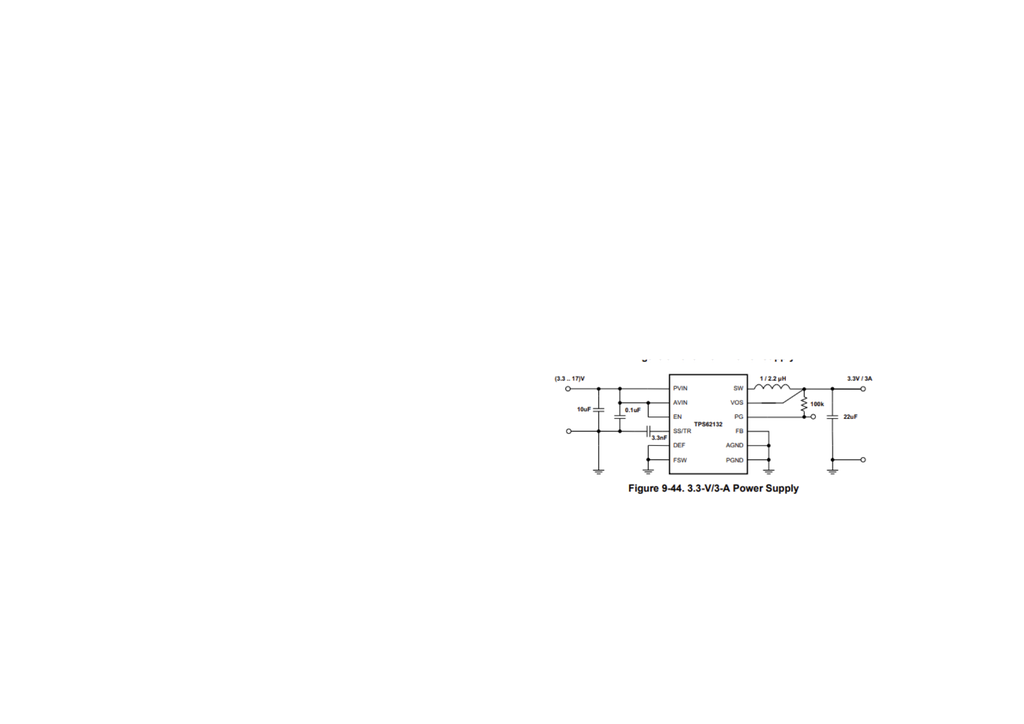
<source format=kicad_sch>
(kicad_sch
	(version 20250114)
	(generator "eeschema")
	(generator_version "9.0")
	(uuid "a2442f0a-eba2-40f9-aff7-13d1ae30caa2")
	(paper "A4")
	(lib_symbols)
	(image
		(at 205.74 125.73)
		(scale 0.805106)
		(uuid "67cda878-cd30-40f7-9516-08d043710966")
		(data "iVBORw0KGgoAAAANSUhEUgAAAeIAAADFCAYAAACIN/GZAAAAAXNSR0IArs4c6QAAAARnQU1BAACx"
			"jwv8YQUAAAAJcEhZcwAADsMAAA7DAcdvqGQAAFZYSURBVHhe7d0FXBTNGwfw3x0pIWALKLag/u3u"
			"RkVUFLG7u1+7sPt97e4WRezCbsVWQLFQ6ZKuu/nvLIuCgg2H8Hzfz77HzO4e57K3z8zs7IyMCUDI"
			"H6fAk4PzsfuRHMXrdEL3xoWAyOPoWbItTqv3g9/rleJWTBmO98/cEapfDOZmBlATc78vPtwb7m7v"
			"oDAqCouiOaEh5X9NidB3rnD3BQpYWCCfrlzK/zVM8RFvnj1HsNwYJS1M8DNvx5QR+ODqCh9FLpQo"
			"VQjZ1aUVf4wCwW9d4eEvg6m5BfLr/d6/9XcoI33x/Pk7xGUvAvMiOb7x9/k2fn58cHODd6wRipUq"
			"CiNNacVPYNF+eO72GiGx2shT1ByFc2pJaxLEh3vB1T0AhsVKo4BB0jNQOIeXNEHFsdfQbtlzbOmh"
			"hNvLSOQrVRr5dH5kfcqU8Y8xpWZNLLpvillXHmBC9eSfh2Q9FIhJGlHi5eZ2qNTvMKINy6OlTRVo"
			"vD4PpwtvULrbftzZ1lbajpCMKnmg3TXSDMmLNt9bnxxT+uHIInscunweh065IVfVOTh9eSJK/Gop"
			"hWQaqisyk0xOjiI9VmDbzC6oavwR14844eobfTTuswxrlrSWtiEkI5NBz6wimjRpDAszbSkvqe+t"
			"T04m10HU64s45xKKYvUGYvHmURSEiYhqxIQQQogKUY2YEEIIUSEKxIQQQogKUSAmhBBCVIgCMSGE"
			"EKJCFIgJIYQQFaJATAghhKgQBWJCCCFEhSgQE0IIISpEgZgQQghRIQrEhBBCiApRICaEEEJUiAIx"
			"IYQQokIUiAkhhBAVokBMCCGEqBAFYkIIIUSFaD5ikmV0794dAQEBUopkRPxv1LFjRylFSNZAgZhk"
			"GcbGxvD29oapqamUQzIKHx8fxMfHw97eHlOnTpVyCckaKBCTLMPExATly5fH8ePHpRySUbx79w4F"
			"CxakQEyypAx2jzgcZ2b2wL9XI/DWeTF6t2kOu4ErcS9IIa0HmNIHJxb1R+vmbTBm5Q18VEorfoDf"
			"BXvY9Vwn/hx2bRm62LVH+/Z86YTZDscwo8cM3AqLx51VPdFh/BGECNsx4f+HJ7fBkFUPxf0IIRkb"
			"/86enGmL4eueSTkJeP6eET2w3T0+IS1cS04u7IeWTZqj9yQHvIkVs0WxPhcwp28rNG3eGXMcXiBO"
			"yk8Jf5+dI60xdb8X+OUo9NxMtO2zKWEl+W2xPucxt58NrNoMxOYbQeIxTqBMFifu+j/Esu7WmHMk"
			"4faTIuQU/mnVHdseff7rxQc7Ynj3VVIqtfeOxdVlXWDVfgHuRYsZaS5DBeKYtzux1EEXlct/wKE1"
			"R6HbrC8Ku9rDfq27tIWwzcvD2HBEAat+ZXFz2mjskr5U3xaNO5v6wLLDHFxz8RRzNPKVQv2GDVG3"
			"si5cnZ9BnqcaqmR3wvItnihaXA93Nm7BBT8GRfAZbN/8GEYli4v7EUIyLmX0Y6zpbYluc47A3TNc"
			"yk2gjL4N55uaQs1bTUyHX12EUSt80XhwG0QcHIIlh0PFfH4hvrBgOPb51UE/Gw1sHzQVZ8MSGw4j"
			"4OXxEn6RwvtF+OCFh48QiaPw9v51uHlGCcEeiPN9iru3XyVsTn6TAm6Oa3FJKfxNy7pjzqi1eC1d"
			"8pniZbI4MWtDPIroPcfeLccRJKz3O70D+x7ronhx9YQdBOF3nOGqZSalUn5vRcRFbFp5CtfOrMCu"
			"k8HStmkrAwViJd6dOIaAsg1QUa8ERjmcxzDje7jlVwjVany+p6ddfCAOXZwGozs3EF60HiqaJHyp"
			"vi0GwXEWmDDFBtqyhBztopboN7AbCn94gAL912BU3dyo3rAcHjodhWE9OzTNdQ0nT/jC74wT7ulb"
			"o1VtnYQdCSEZFosJhMxiHMbb5JFyPotxu4m3JjVRPlvCRUC/7hI8eemAQbXyQT1eFwZGGmI+oAnL"
			"Zfdx12E0qufRANMzhIG0ShFzC9OaWWHt3WiEXZsFq+ZzE1YI1y9X55Wwnz4di5xcxYBM/gQ1lB20"
			"H0emmeDONV+UqF8d+aS4KlMrnixOVK9RHA06WCHmsiPO+wbilOMVFG7dAZWlv7dQH4br9acoUqu6"
			"lE75vf1O7sSVbD0xq29OnNl2GAE/0er6qzJQII7HS3dP5DIzg5aUI8teEGWMQ3H94hMp5zMDs7Iw"
			"Cr2I609jpJxvMUDTgWPRtIC2lE4Q430Aq50KoteIasgmpDVNTKHh+Rxyrepo3yofrhzch/2Ol1Gs"
			"tR0qJN+VEJIBqRnUx6BxLWGs+eWlTQmv63eRs3pt6Es5HAu7iWnthuBVzdkY3JBfBRLJEXhjFtoP"
			"vozmcyegemIJPhmWLOAq4mMQHRODmLjPt9LIn6IPs3LG8LpwCc+/aC5OGif0arSHZd7rOLR3H45e"
			"0odlhxpCsSoBU/rhxh01VKptKOUk+vze7pHeOLT9LPTMTZDbpCQ+nt+OI4lV8DSUoZqm5WoyxMbE"
			"Ij72IdaNngl3s54Y0Dw/nt94CKYIh98Hf/g/3IJ/Zt6Cee/BaJTXAw8e8ju5CeLD/eDlH/lp2ygp"
			"PzX+507irUVzNMwr1aqZUPRR50VfTVS1awXZ5dmYezoHmneogsSyMiHkbxSBmzeDUa5WAaEelEAZ"
			"/QDz23fCpYJzsXOtLfIKsTbxGhL6YCnsOuxG5QVHMK9dASQLwywUgX5R+Ojtg6hPkViOMpZjMHf+"
			"fEyxLZN8e/IbYnF78xgsu2WGPkNaQMftBp4FfRSv7xEpxAm5ZiW0b1MAx2dPx/08NmhZObFax28l"
			"3IRLcAVUKpDYVP31e997vAd7rsihEXIKm08FIYfBHRzc9hhpXbTKQIFYExblSiD49StEq5siv6Yz"
			"+lY2QcNFYegysi1iPDfCplQfnDMwQdyZUahgXAVbI3ugl01uaX8F3Nd3QuM++xDkuUHc9uSn+zop"
			"icVL11fIVbwksktHIeL1a8C8vPizboX2aFU8GlpF2qJlOQrDhPzNlLEPcNOjOCqX+3xh/uAwF0su"
			"euHW7h4opqePHmvfi9eQhn02YtusJbjm+wKrulsgh54l9vgkvRTH4tDk6mg46xbkFHHTmDpMTTVx"
			"YEQVmFVZgOx9R6Be5Gbx+n4q6us4weNI5Q6tYRYWitJt7VAqyaU78v51+JesAYtPp8CX7z0UpicP"
			"wK/8WDiePoMzZ87gwJT6eLx3G1zSuNNWhnp8KdZ/Dzo3OY+h19ajvq4MceEhiNU2hO7ne+2SeISH"
			"RCObod6n0u3vi4DjwPo4W+cYVnfJK+WRzIQeX8q40v7xpUihFhsHwzwGv3XNUMScx4DSg2G67jrG"
			"1c4B3c9xnaQhFh+O0GhtGOh9FQy+ESeSY5GBCIgzQG6D5Bt+673TS4ZqmtbM3RbjB+XEG9eE5wg0"
			"9FI7uOrQ+6NBmJeY3fEuey8Ms6UgTEjmo4OcvxmEOZlaPtRsZ4PyptkpCKcjmbpeqoEy9TiRnEwn"
			"51dBmPvWe6cXGtCDZBlUI864aEAPkpVlqBoxIYQQktVQICaE/NU+fvyIU6dO4dy5cwgK4kM5fJuf"
			"nx+cnZ1x+vRpREZGSrmpc3Nzw9mzZ3H9+nUold9/qPT+/fvi9i4uLlIOId9GgZgQ8tdauXIlChcu"
			"jCVLlmDx4sUoVqwYpk+fLk4g8aWYmBiMGTMG5ubm4n7z5s1D0aJFcejQIWmL5EJCQmBtbY3GjRvD"
			"wcEBgwcPFve9cuWKtEVyrq6uqF69ujhsrqOjIzp16oSqVavizZs30haEpILfIyYkKzA2NmYtWrSQ"
			"UiQj8fT05H1VmL29vZTzbUJQZR07dmRly5ZlL1++lHIZ8/b2ZpaWlqxRo0YsPDxcymVMqCkzIUiy"
			"tm3bsoCAACmXsVu3bjEhGLPJkydLOQnu3bvHChUqxMaOHcvi4uKkXMaOHTvG8ufPz9auXSvlJDhx"
			"4gTLnTs3W79+PRNqzVIuY8uXL2d58uRhx48fl3II+VqmCcSBgYFMKBWzf/75hwklY+bv7y+tISRB"
			"aoH4w+HxrEVza2bdqhVrbduXLT/zlt3fNJItPRsqbSFcyC8tYDO2u7HLy/5he57FCftMYH3sL7CE"
			"LWLY+UWT2eG38WIq6wlntzaPYp1t2zO7Dj3Z7P3PWejL7WzC3EvCkWEs+t1eNqTVJHYhWMmUCn+2"
			"b/I0dl74OamfDcTjxo1jVlZWLCoqSsr5TKFQsG7duomBOjHdrFkzNmzYMDH9JX7tKF26NNuwYYOY"
			"/vjxIxNq2Wz37t1i+kuvX78Wz6VTp06J6adPn4pB+MaNG2L6S9evXxfXJy0wENVwdXVlW7duZVu2"
			"bGGPHj2SclUvUzRNC18MlCtXDg8fPoSRkRGePHki9o4VTnxpi4yDN18dPHgQHz58kHLS1tWrV9Gv"
			"Xz/MmDEDYWFhUi75TImoD67Ia70eh52csG9ZQ1ybNh/eJfXhvO0E+DQA4mw+268iR3ljBLg/xLvQ"
			"OGGfRzi5dhKWOfOR3ZTwc38Er4is+QBCrP9+LNibD3P27MfuTYMQuW0RrujnQtClM3CPA/zOn4JH"
			"+EOcvhIBZdR1nHmgCVO9Xx8J49KlS9izZw+2bdsGbe2vx56Vy+UQaqZ48eIFVq1ahblz54rN0suW"
			"LZO2SC5Hjhxi87RQKxavIcOHD0fz5s3FpuWUCDVl7N27Fz169MCrV68g1LLFZnHeLJ2SGjVqYMqU"
			"KejatSuv+Ei5mU9cXByEAIfly5eLveAzmk2bNqFevXpi/4CLFy+iadOm+O+//6S1KpYQj/9uwpdG"
			"rAUnJXzpmHCgpVTGsGPHDpYtWzamr68vvqZ1c9WVK1fE38P/zJqamqxOnTrSmqwp5RqxgnmsasV6"
			"rfYWfopj/k/XsDa1x7LbEa7MvmVndthfyWL8d7Pubf9jnvFR7NBAS7bwZqSwTxvWbf5qZld/BLsS"
			"HMH29rVmq4WaclakiL7FJjepyTqOWcR2n3rI/IVqsJIFs81d27Jtb4PYzn5d2bozM1nXUedZ4PXJ"
			"rNvE6yxW2jfRz9SIhcDG9u3bJ6VSx2s/uXLlYkLhnAmBQcpN3Zo1a1jdunVZvnz5WEREhJSbOt76"
			"xrdv3bq1lPNtlStXZo6OjlLq1/FjValSJaarqyte+zJC6x9vdeDHQkdHh2lpaYmfzcPDQ1qrem5u"
			"bmKrRNLP9P79e/E2A78NoWp//XPEvFOGgYEBfH19oaenJ+VCrHGWKVMGrVq1knJUj3f4SNpLk5fE"
			"W7ZsKaX+vBs3boi1gkQymUws5aurq/bhdU74AsDHx0f8THzhtZjEn5MuqeXz5Wf3+ffff1G7du0v"
			"niNW4uVqazTdqEDpAtrQNiyCFv0noXutHHixpjOWay/FaOUE/CtfgP96GcFpUBt49HREW5fOWKq/"
			"DcMxGONcOqBN+AbEjDmEQRaqP7aqwGJ9cffMMZw8exxn7hfErEOLUNChJ/7Tbwd27DVGbaqKVT3O"
			"onrVV3hafgNmNEk6wcLn54h57bJNmzZS7te8vb3Fv6NwERX/zt9TvHhxmJmZiT2qv4fXmvm1ZNCg"
			"QanWnpPi363SpUuLQyHWr19fyk3drl27IAR7DBgwQEzzczLpK/cjP/PWrefPn4u1a34MhACPsWPH"
			"SmtT3u9H3vd39uMtfbzWHx2dMBYkz+PfNd4awH/+cknc5lvL97ZJ+vdP/M6n9jOvAQuFMqxevVrM"
			"T8RbC3mHOv6qSn99IOYfnx9g3hzNL+6JeLM0PxHmz58v5aje6NGjkz1ewS8QM2fOlFJ/3uHDh3Hs"
			"2LFPPUh5AOZNdklPYFURauqIiooS/378kRD++uWSWj5ffmUf3rM25UBsgzmyddg4KF+yxwhi/Xeh"
			"3wgPFGDvUXv1ejQzioFjskC8Ayu7BGND185Y81QL/feeypKBOOzaDAw+UgfrFjSCDmJwfERL3G1z"
			"BP/kXYk+4y8jW2V7rJteEk5DumOTdw4M37oOzbJ/vpBziYG4bNmy4pIa/nccOnRoqs3AX+LBUlNT"
			"U/yu/QihdiR+Dn5N+REXLlwQmzt/5DvFC+E8EPDm70T835P0lfvez7wZnTcDJ8qePTssLS2/u9/3"
			"1nO/uh9/hIwX/Pn3LxGvGOnr6//U+6S0Lfcz+3Jf/syvgb169RJvVSTVt29fVKtWTeWBmH/Iv96Q"
			"IUPEjhmJvRv5a5cuXZhQ8hTTGcX27duZtrY2E05QsQmH98BMS2FhYUwoqTOhRCg2TR84cEBakzV9"
			"v2n6SyFsb//SrMHQMyxSTCdvmh68PUzMjfbcyVqZ1WCrsmrTdMwztqpHfVaneXvWwdaSWXVewZ5F"
			"8fzrbFiZUsz+UkKHKu89XViF1htZoJhK7mc7a2VFvKf41KlTxaZfNTU18XjxW0/8+pcR8KZ6obAv"
			"Lubm5mJP9YyC36ZIrWnaxcVFylGdTBGI+f2cli1bshIlSoi9JUuWLCneO0n6+EJGcffuXTEo/sg9"
			"qz+F309K7OGZldHjS2krNiyABYf/Ws9xCsTfxq8bZcqUEe9H82Ai1OCYUAtnM2fOFAN0RsE/D68U"
			"8XvGGQ3vFc8fJRs+fDgbNWqUGIR5X6KMQPVtlH+AULvE0aNHIdQ4xWYi3nPvxIkT0NXVlbbIOCws"
			"LCCUZmFqairlpD1+fHhTMCFpSUMvJwx1/+RULITft544cSKsrKwwadIk8XYTH4SE38PmPcanTZsm"
			"Nr1nFLzfS86cOTPE7a8v8WZofiuBX3uFgIyTJ09i5MiR0lrVyhSBOBFv6+/Tp4/YQYAQQv5mt27d"
			"QoUKFcT73I8ePUr1cSry40qVKoVx48ZhwoQJ4iOvGUWmCsSEEPK34z2PebDgvcd5Z07+tAWvwZHM"
			"iwIxIYRkENeuXRNravzxrMePH4vjVpPMjwIxIYSoGH+0id+vtLOzEx+55COH/egjVOTvR4GYEEJU"
			"6PLly2ItODAwUKwF29jYSGtIVkGBOJ3xUV5KlCghpQghWVVERIQ4OEmXLl2wdOlS7NixQ+x1TLIe"
			"CsTpjDEmDk9HCMm6zp8/j//9739iMOa1YD7v8c/gj0DyySf279+P2NhYKZf8rSgQE0JIOuEzoA0c"
			"OBA9e/YUh7vkYx4YGhpKa38cf4aYP0vMh6wtUKAA+vfvn24zupE/jwIxIYSkAz45BK8F8/GY+dj4"
			"zZo1k9b8Gj6N38qVK8VJHzZs2IC7d+9Ka8jfhgIxIYSkIT4hAh/Vic+6tHHjRrEWyydq+FUKhUIc"
			"Yatx48Zo0KABKlWqJD7u1Lp1a2kL8rehQEwIIWmED7XLa8F8GEp+L5gHz1/l7++PefPmoUiRIli0"
			"aJE4iuDbt29hb28PExMTaSvyN6JATIhAGX0dszsMxP4XfMpIBR5tHoVl58ISVgqCLy/EzB3uuPLv"
			"eOx1jYeX00T0nXURCVvE4sLiKXDyVIipzC21Y/MKypi3ODS7H2zbtkWHHiOx/ryXsLVwbCMeYt2o"
			"bmhvZ4fOvSbh2IuYhB0zseDgYPTo0QPDhg3Dtm3bxPvBSedL/1m82ZmPrsXHm+Y166tXr4pDXmak"
			"cabJr6NAnMnxJix+P2rhwoXw8/OTclWLz6XK5wZu0qSJOIRf0rlVVcX/1HY8UAuG49a7iIMaipbN"
			"DudtJxAqrGMIwcntV5GjvDEC3B/iXWgcoj48wsm1k7DMOUTYQgk/90fwivg8B2rmldqxyYlz03rh"
			"cLZB2HLoEHYsbodX8/th09NYvNs3B5fyT8Xe/fuxapA2ti48joiEN8uUjhw5ItaCeScsPkY0bz7+"
			"Xfw+MJ+/m3fu4vMR80cg+SNPISH8/CN/OwrEmdjp06fFZxR56fzUqVO/3TnkT+EDrk+dOhXnzp3D"
			"ggULxPtnqsSU/jjq4I9m04bB+O52XAtjyFahE6qFHMGFAIa4gJM4HdwYbUppSHtwmmg0vBuezp6B"
			"qyGfJ0PPClI6NtbFHuHo1cLoMbgC9IVtNHPXwfBuQsB28oBR6bLwOzwRU5Zsx71sA7BnQ1tkvHnR"
			"fh8fkKNz584YO3asODLWf//990dngOM9pXlva1475s8c37t3T2ym5j2mecBPjd8Fe9j1XCelInBn"
			"y0jYNG+D0atuIlQ4dUMebcWQdi1gN2AV7gcrEP16Jwa2nYXb0dIuJM3J+FyI0s8kHfCh7PjQdfw1"
			"rfF7SJs3b5ZSCYoVK6byKcpevXqF+HjeBJyAD3JiaWkppdLOpUuXxNrJ8ePHpZwEMZ5r0brNZTQd"
			"2hA+Dv8ivLMzVnbNjRdrOmO59lKMVk7Av/IF+K+XEZwGtYFHT0e0demMpfrbMByDMc6lA9qEb0DM"
			"mEMYZKEuvWtmpoT7F8dmWefHGNzkKHqdWY4a2jJxq4D9PdDv8XA4zqqEKJ8HOH3sBM6eOIq3Badg"
			"x1IrGCU5Dd+9e4eCBQuKPYH5fdTEyxJ//d6S0nZBQUG4efPmp3VJJaa/fE30Zb6xsbH4vfkW3hPa"
			"yclJbC6ePXt2uk07ylu5eCDmv5sH/44dO0pruGjc2TQE/SfuhF/esfjweA6i36xG8+q7UGdRM1z5"
			"5wRsTm9H7NgGOF9xHirem4gn9U5hd6vDqNvoKWa93oqKvq8QoWOGIvl0pPf8Nt4Z7fXr15gzZ46U"
			"Q34EBeJ0lp6BmDdHT58+XZzNheMXBxcXF5UH4q5duyZ71ILf+9q6dauUSjvdunUTp8pMHogVuL+w"
			"NeaF9UC3qtqI/+iM1buKYPOx4cgbtAv9RnigAHuP2qvXo5lRDByTBeIdWNklGBu6dsaap1rov/dU"
			"FgnEQKx/8mNjaRCIbT3s8L7vYUyplx1M6Yudve3wvIsj6l8dgNv1NmNiQ30oYi5gWIvD6H78X1SX"
			"AjaXGIhr1aqFmjVrinm8gPa9JbXtwsPD8ezZs0/rEyWuT/w56SuX0nreEep7gZirUqUKqlatKqXS"
			"Fv/37dq1C+vWrRN7Zffq1QuDBw/+YmSujzizdgOCY+9i0saiePloDkKO9kXl8UbYd6c3jjSpj/cD"
			"/kPUlFn43/7bsLzYDD1dBuHm9Feo2/AhuszTwNq5UZhxfC86WWhJ7/lt/HEqNzc38ZX8BB6ISfqJ"
			"iIhgQkCUUmlLCMCsQ4cOTLigMD09Pebs7CytUS2hxMwqVKjAC4DM3NycCTVkaU3aEmo2rEWLFlIq"
			"gSLOhY1v2Ik5BSjFtFLxji1rVY8tux8rpELY3v6lWYOhZ1ikuDaKHRpoyRbejGQeq9qwwdvDxNxo"
			"z52slVkNtupZnJjOGr48NsJxeOvIhrVsxNp07cW6tW3Bekw7ywIUjIU/28Q616vFrNp3ZO0sG7OB"
			"K+6zGGmfRJ6enuL5YG9vL+WQlAgFaSbUgJmRkRFr27YtO336NBNq49LalAUd6sGK/G+S+HPA/i6s"
			"UJmJ7EGkO5tRKxfrsmYTa5vrf2zh7Uh2f0FdZtFyE4t4NIuV09FlOtr6rNsaTyb8CX/YihUr2JAh"
			"Q6QU+VEUiNNZegbiRNWrV2fnz5+XUhlDXFyceOFNTykFYvKnKVhkcAiL/urqHcdCA4JYRLyU/AIF"
			"4u9r166deIzGjBnDvLy8pNzvSxqIQ69PYKVNurHjvudZ/xLF2IST59nwMgXYyEM+7Piw0qz24LNi"
			"IC6vX471HW3Fipcdz1wSS1o/gALxr6HOWlmAhoaGODYtIWlPjmyGBtD66sqiDv2cRtCh0/CX/fPP"
			"P2JnMN7vY9q0aXj48KG05sfpVumB/lVvoVcZO1w16Y9uDeqg17CqcBr4P/Q5lAdd+9YRt1PTtkCb"
			"6QvQzXA3FqxxFR9DI2mHAjEhhPwF+P1nfl+Y34PlEz7wiSLq1KmDvXv3fvMRQCObreL9YU6ubo7h"
			"h57h9cvXeHR+HEppqaN8fwc8f/0SHm/OY0AFLej8bwru+u2BVfbSmHrJE/tGW4DKT2mLArEkaRd/"
			"ZcQjrBthC6s2A7DlZjBSejgl1t8Rw5s1QsOGDcXFuudavFD947CEkEyOd26cPHmy2Dt51KhRWLVq"
			"lTiwx4wZM8TRt75PDTr6esmCq7qOPnSzRj/DDIkCsdjFvw8sO8zBNRdPIa2A+9YJWHynGGwrvcH8"
			"kavhERWI127vECZE5OjAN3j+7iNY9Hvcv+aPCj3HYNy4cRjWpx7ySmc2f/D+woULKS78ERo+VmxK"
			"6/jCR8xJb18+R5iUOGDDTFsMX5fQA/VL/BncPWNafCqQNG7SEzufUomEkLTGH13izw/zxwF5cOaD"
			"iBgZGUlryd+EAjFiEBxngQlTbJDwNEUcHt11g1mtVmhr2xAGL+7j/tN16FBrNC5HxePZ+m6wGeYk"
			"7ilEY/i98YCHxytEauWBnnQ0+QAafPzXlBY+gEWpUqVSXMcX/shRemKKN9g4dgpeF++EEq/nYeZq"
			"V2kNoIx+jDW9LdFtzhG4e4aLeYkFESVi4f/aDR8+RsDz/i0oSvTEWKFAMnZMH1Q3oYYsQtLKlStX"
			"xOeFS5cuLQZjPquTr68v2rVrB3V1qtb+jSgQwwBNB45F0wLaUlqJ6OgYqGmoQ66mBrkiBtHJKom8"
			"42IChgi8c3uMhw+FUqnv52Fo+AAAKdV2+XLx4kXcv38/xXV84cPjpSdl3BPcczVAndZt0bZBYby6"
			"/3mEHhYTCJnFOIy3ySPlKPB0XVfYjj4hHJNXWNGlNmYciRLyGcID3ggFEg+8DdVCruzfP62SPrtJ"
			"CPk2Pu4AL8Tza0u/fv3E563fvHkjjmHNAzL5u1Eg/oo6ChTMg6D37xH6QVhyFYSJnibUFBGIiIkX"
			"art8hN0EMrUi6Dp7LTZuXIfR1iZ/58FURiMmWk0oScuFgocc8TGfCxRqBvUxaFxLGGum8i/7XCZB"
			"iLcrHj18iKfuvviRIf2TDpxACPk2HnTPnz8Pb29vcdrDihUr/tZUiiRjoUD8FU3U6DUEea8PRgU7"
			"B5QZ0Ae1i9VAraIuGF2rIeZd/DzrTGr48HoTJ05MdeGPIaSUzxfePJ2eZOqmMM0XAq/3ocISiJwF"
			"C4IpwuH3wR+8rvslTU0NxEWEIyY+GCEfE5sK5KhoMxvrNm7E8qnWyEtnFSF/FL+dxceO57e9+Ahe"
			"vXv3FqdCJJkDXTIlSbv4ZzPvi6Pur/Dy9RvsH1cR2lq1sNjFE+53L+Pc7dd4erg7tAoMw5WPV9C3"
			"yNf3ZHhNj5dWU1r4wO3Lli1LcV3ikp7kmpW/eo4wxnMjbEr1wcmwJFVekRrMqteB5u2pqNNgOq5H"
			"0dOFhKQnPqPTyJEj8eDBAzEwk8yBxppOZ+k51nSiunXrigPR89fUxEeGIUbzxx5hYDERiFLThc5v"
			"9Avhg+TzjiX8Nb3wMYPLly//1aQPRPUSx5rmLUJ8Zi7ybREREWJPaf6akdBY07+GasRE9DPPEcq0"
			"fi8IE0II+YwCMSGEZGK80fPEiRPi1ISOjo7iOAYkY6FATLI832OTYNWiFVq1Sli6jHOAl/8RjOs0"
			"CzdDEu7chF1fijm734o/k68xBGH/P61gJRy/1q1bo1O/BbjygV/wY/Hi5AL0trVBW9v26DN2K559"
			"1feApBU+BSqf63vKlCkICQkRO3jVq1cPoaGfn/7ISGJ9LmBO31Zo2rwz5ji8QKzSBycX9kPLJs3R"
			"e5ID3sRKGyaRGQYVonvE6Syt7hEPHTr000ToX3r//j1y5syZ6mTlc+fOFSdkT08Z5x6xEm/X22Ja"
			"zHJsGWb6qWQa470GzSvNQbYOW7F3WWMojgzEsKfDsWNiKWkLkhRTemNZqwHIt8kRnfMCHrt7YujV"
			"rjg04D5sJ8Rh9q5JqJgjHk839MTikGnYOC75+MV0j/jHeXl5wdbWFjdu3ICNjY04GX/yeYg/46P+"
			"eXp6Yvfu3eLEL/xy379/f7FD6fr166Wtfo6zs7M4D3JK+O/i960tLCyknOT4fOBjxoyRUl+KxelR"
			"lTDuZXdMbfkEUybHYMZ2Y8zs74GBy61wY8I05Jn1FNOqBCA2RwkYZwvGm1eRKFQCWNi4PE6UWIbx"
			"rXNDLtNDseq1UMzw76lnUiBOZ2kViF+8eCFOEP4rihQpkuoXOa1krEDcFr3vtsTAJgZCWgaDYrVR"
			"N58jOg4PRUP1MwjucxDDIsdjxNMRFIhTkTQQd8oZjvsb+mLGqyEYrzsXB8s4YKlt4tMASuE/+VdN"
			"cRSIfxyv0fKhcBO/Q1ZWVtiyZYu0Njn+vDFvlk4aGHkgL1u2LAICAqScn8PHuL5z546U+jmmpqao"
			"WbOmlEpJPGJjZfA9MQCNRqlji+saVJPHQRFyEr1rjEKBVQehObMZAke8xOLyq1Cv+g3cClohBOJy"
			"2J9jJHrUM4JW3mroYFsVf1EcpkCc3tIqEP9t+GnHn4308fGRctJeWFiY2EyXUiDucqkGutTmwUKG"
			"nKVawrrEUXQZoYvNi2UY0MMFXfpE4MC7URSIU8ED8dLmtbBPXgb5tTSRu2gjDJzYE0HzW+Jiw2OY"
			"2yIeR2b0xoa7HxCg2QtHHfohV5ILZWIg5ucEX9Ja7ty5f3CChIyHj74XG/u5jVYul6f62CP/nvGg"
			"Wbx4cSknYYzqEiVKiE3VGY8S3pfsYdNpN6otOYOlnQpBGXgZU9p0xuVCC3FgUwWsr1f/UyCuKwTi"
			"21IgXh9jiQYWutAxa43Jk/+u8QwoEKeztArE4eHh35wK7Vv09PTEOYvTG79/xSfISC/8As9rCD/a"
			"NN1JCMS79nfFux3d0XPJYxTosAf7KBCnKHnT9OdGZ58jA9DnRCvsWm0l1lDi/TfArmcM1h4dijwp"
			"BGI7Ozux2TWt8fP9V78vqrZixQqxWTo+Pl4cl2DIkCFYvHixtDY5fsuKf8c2bdok5QCjR48WCyE7"
			"duyQcjKO0AeLYdVsPcotOoKFHYpDU/kY81pY4Xj+edi1viPMNN9hXqPqeN3dDf+WWoSqlm5w/cgD"
			"cQXcbXELe8cW/SunbKRAnM7SKhDzAd/5EHgpiYmJEZuw+D2ilPB7THz/zC71pmkbNFgdjTIFtcQc"
			"rVxNMWGGGuaM5YG4O7SV77CxQ32cqHAUjpMoEKcktUDMlD44Zj8Sq+/GwUAnHgEBctQaOA+T7cyh"
			"KW3DUdP0j+MdrUaMGAEXFxexWXr69OliQE4JL6A3btxY7B/SpEkTsUn7w4cP4rWC9xv5Fdu3bxd/"
			"f0p4j2zeZJ5awZ7Pocz3TwlDADa2+x8GHPIRR8/V0miEmUsMMG/EIXwUo5QmOq9yR0+vDui8MRQl"
			"yurD+4YxXlIgJj8rrQLxt/zIgB5ZAQ3ooUqxCA9TQkdf+6v7wxwF4rTDa8779u3DvXv3xAkiunTp"
			"Ai2thELnr+DN4qkNJLJhwwY8f/481eE3+bzJurq6UurXxQi/X114n78x6KbkL2pFJ4T8vTShl0oQ"
			"JmmLt4bx4LtkyRJxjOrfCcIcD6Z83uOUFh0dHbF2ntI6vvyJIMxpZaIgzNH3ghBCCFEhCsSEEEKI"
			"ClEgJiQdRT/fil5NE0YASlgsMePQU+wc2RwNGzVC4ybN0XHwCrj4KRAXdANL+rVAjcpV0dR2HJxc"
			"+VzR8Xh5ah66WzdD55E78CJaibfnF6GXdRNYd56E4y8SZoNWhFzE5LY9scs1XkgJ2zgvRu82zWE3"
			"cCXuBSm+GsHo7+w/TEjmQIGYkHSkmbcWeo8ZA9vCfngRXh5Dxo2GdQU53t6/BWbeCyMGtYbW9akY"
			"M/cSXDdPwqqn5WG/Zgmss52Avf0h+Hnvxci++5CzXTcU8jqEYzedMX/ISsTVHYSm6o6YPPUwwh5v"
			"Ro8mHbH0mAu8wxmY4iUOrTkK3WZ9UdjVHvZrH+PCguHY51cH/Ww0sH3QVJylYScJURkKxISkI7lB"
			"cdSxtETVItmhm6MkGja3RMWC/NETGXSMjGFmVgA5sskRF6tE7pIlEP9wK6bN3o6QWktwcGNnaD28"
			"hodMD15nDsKnaCe0rtEEax6/wObRdZBLXQldQyNEB8Sh4oRJaJYj4estUyuOUQ7nMcz4Hm75FUK1"
			"GkVguew+7jqMRvU8GmB6hjBI/8fICSESCsTpjI/xqorBM0hGp8CVDX1h22UCXPIMhv2kBshvvQJX"
			"zi1CyyLhOLnQDi1sV+NtWCSiQpUo27k3DC+OxNxd3mDycFywb4+JV6ti/MSGyN1gAEZYFYSGTHpr"
			"iSx7QZQxDsX1i0+ElByBN2ah/eDLaD53Aqprf7ExISTdUCBOZ/yx7b91RB+SltRhNfEC3Nwe47LT"
			"bDQyjcPRUdXQZb0GBizZhb0zmyHs2WN4FywME63cKFG5Fv5XQA1B/oG4uaQD+u0xwZIja9DM9Ouv"
			"tDL2IdaNngl3s54Y0Dw/nt94iNAHS2HXYTcqLziCee0KCPVxQoiqUCAm6Y7P+rJs2TIpBfTq1SvV"
			"maOyLm3U7z0QOa8NRNHceVB26B3UH9Eb9Sr3wsjWrzGwVFFMf9QInZq6YM6CC3j3YjdsLfRR2nKN"
			"tP9nMvUCyK/pjL6VTdBwURg6jayLfbOW4JrvC6zqboEcepbY40Nz1BKiKhSISboLDAwUB55PlDh1"
			"WtahjsqTr8Pt1AAYCSmZWmFMvhSAPSPNkn0h9f83AE7PffBWqAm/8n6JHaOrQFvNDD03PcKHt2/h"
			"8Wwr2lfogWMB8WJLC19enBsi7qum3Qb7vR9ibBUNyOQ50Gr+Nbx764E3H+5iRovS6HfQG0ppn+jY"
			"c+iSLzMNj0DI34UCMSEZmiYM8+ZHDp3kX1VtfX1o/uS3V0PPELrqUoIQkmFQICaEEEJUKFMFYj5P"
			"J5/wmk+qULJkSaxevVpaQ0jqlBEPsW5UN7S3s0PnXpNwTBwUIwK3t4xGl/Z26NCxF+YcSBj0gile"
			"YcOcxdgy0hatWlmhWdPmsG7VCt2mHsfzY5PQ2qYjOnXqhI7tO2HcyusIUYq/IssIPjMdVi2shWPT"
			"SlhsMG7zU7w8MAZWVjzdCna9ZuDMa+qsSEhSmSYQnzx5EoMHDxYHNnd1dRXn2ly7di2WL18ubaF6"
			"fA5QGxsbcX7Qnj17itOZpSV+/2/GjBm4desW+vfvjydP+GMrJDkl3u2bg0v5p2Lv/v1YNUgbWxce"
			"R7DffizYmw9z9uzH7k2DELltES6EMcT6XYB7THX0+tcBjvsHwTi+IuYcPIIds5pDy8sNhg0XY9ee"
			"Pdi9ay7ynpqMbU+yVtCJ83GHfoNlcBQKxUeOOGJRb3NEv3uKArY7hPRhLLXxwfJFF/B5WntCSKYJ"
			"xAsXLhSDLp9zM3fu3KhatSocHBzEQMQfF+JTgal64cEwcc7g3bt3459//hF/Tiv8d/DpyPi0Ze7u"
			"7mjRooW0hnwmh1HpsvA7PBFTlmzHvWwDsGdDWxgYlIYFc8LECYux/6o2Rh1aj6b6MgRdfoYctStK"
			"+36JIeDtPVy7ehWXzp7E/ZA8MMmZ1e7+MPi6nYeToyMOO13GG7EPHsMbF0fs2bMTB876o2SN4plq"
			"5hxCflemmY+Yz7O5X6jR8Nek+JRcPBDzgTRUjU+anRL+2RIXuVye4uuvrAsICPiqN3Lx4sXFadG+"
			"td/31unp6f1WL2feS9rW1lYsPHHVqlVDdHS0OE3ar+K3I/i/91t4ywAf3zml+YijfB7g9LETOHvi"
			"KN4WnIIdS61gGO+Lu2eO4eTZ4zhzvyBmHZqFwAUzoD91MSyzy6CIPoZ+LW5g5Ok5KKuhxNv1Nmh3"
			"3AJWpXxwyvE9euxwxOAq+tJvyBr8ttvBytEcneoaQa6WHw2620J9sxWGPbNGp2rqCHI7jRuxPbHp"
			"v9ZIWkZJnI+4UKFCMDMzk3LTFj/natWqJbaikT9jy5YtePv2rVgBIj8u0wRifoEdOHAg7OzspBzg"
			"2bNn4mT437tApxdeIz137pxYMOBzgnbs2BFbt2799OiJUqlM8fVX1+3duxczZ84Um8K5nDlz4qpQ"
			"W/veft9bx/H0r9q1a5f4WebPny+m69WrJ94/rFSpkpj+FWpqaqkWdBK1b99ebClJHohj4Ty9C27X"
			"24yJDfWhiLmAYS0Oo81kQ+w4XRfrFjSCDmJwfERL3GgxFsoTPhj7Xw/kEPb8OhDbYlrMcmwZZowP"
			"R4egx8by2HJwAMyyUE9lv+0dMdx3NnaNKybVehV4KhRqVhjtw9peBlBEHEFvy4sY6rwUVZJMi5sY"
			"iPkz5d27d5dy0xZvneIL/06QP2PNmjV4/Pgx9c/5WcKFNVNwdnZm+fLlY8JFlgklXXbz5k1mbm7O"
			"1q5dK22hekFBQax169ZMqFWywYMHs/DwcGlN2hCCJVuwYAETasGsTp06zM3NTVqjWnPnzmUTJkyQ"
			"UowJhSgmFFCkVNoxNjZmQmFISn0W/mwT61yvFrNq35G1s2zMBq64z6JinrFVPeqzOs3bsw62lsyq"
			"8wp264o9m7DyNVNI+8VHHWW9GkxiD2N5SsHerLNh3Ze/E9crFf5sX79qrM/6lyyer84ifLd1YB0W"
			"vkjyb45nT5Y0ZkUrNWfWraxZswYN2ODVD1iMtDaRp6cnL+Exe3t7KSft8XOOn3vkz1m3bh3r16+f"
			"lCI/KtMEYu706dOsfPnyTF1dXQw+W7ZskdZkHBERESxbtmxSKmvKaIE4QRwLDQhiEV9EzdiwABYc"
			"npCpjAhmIdHij+QPo0CcOWzatIn16tVLSpEflal6kjRt2hT3798X7/08f/5c7JlMyI9Rh35OI+h8"
			"0YtIQy8nDHUTMmU6hjBI0pxKCEmO9z/53i0i8rVM2aWT3y8khBCSvvi1lz8hQn5OVnu2gmRwsT7n"
			"MbefDazaDMTmG0H43CVMibfOi9G7TXPYDVyJe0EplbqVeHdoHJo2bCh23mvYsAmGr30CKp8Tkj6o"
			"RvxrKBCTDEQBN8e1uKS0RLey7pgzai1eS4VrpniJQ2uOQrdZXxR2tYf9WndEB76Bh3cIAjzu4dGr"
			"YDFoR75/iCf+JdBn7DiMGzcGneqb0BR/hKQTqhH/GgrEJN3xe/dDhw6VUhAfdeCPFQlfY5QdtB9H"
			"ppngzjVflKhfHfmkR39kasUxyuE8hhnfwy2/QqhWIz/cNvVEjZqW6D5qOKwr1MeSm3xoSiAuOgBv"
			"PDzw8tVHZMudnU5yQtIJ1Yh/DV2jSLrLnz8/TExMpBTEccH19ZMOfKEPs3LG8LpwCc+jpSyJLHtB"
			"lDEOxbWLfLhOBqPCXbDp4Cb0LOOFF+4JgTg20gvPHj3Eo0fPEfDF/oSQtEM14l9DgZhkILG4vXkM"
			"lt0yQ58hLaDjdgPPgj7C74M/ImIfYt3omXA364kBzfPjxY1H4h6aBkYwUNOClgYfZCRhsJHcRdpi"
			"/rqNWL9uKhqbUMc9QtILrxFTIP55FIhJBqIOU1NNHBhRBWZVFiB73xGoF7kZNqX64FSUKfJrOqNv"
			"ZRM0XBSGLiNtpH0IIRkFNU3/mkwzxOXfIjIyUhwXmb+SlLH4cIRGa8NA7+uxIePCQxCr/WsT3PPm"
			"8PLly6c41jRRrcQhLu3t7TF16lQpN205Oztj7ty54iv5M/iQobNnz/40uQ35MVQjJhmOTF0vxSDM"
			"aej9WhAmhKQ9qhH/GgrEhBBC/gjqrPVrKBATQgj5I6hG/GsoEJMsz8tpAqxatBKnYmzXeSS2XQ+A"
			"EiE4OKEVrIQ8nt+qVVvYO3xA8JnpwrbWUp4Nxm12zeQjd0XDeUEn4d/5/NO/k8V6wml+f9jatIVt"
			"+26YtvUB+OzUXk4T0XfWRYSJW8XiwuIpOOzph/3/JB5HG/QYtRYuAXShzqyoRvxrKBCTLE6JqA+u"
			"yGu9HoePHMHmaRVxYswwHPGKxgdXBTqsccQRIf/IkUOYZmuCOB936DdYBkcxzxGLeltI8+5mTvEf"
			"T2HXbRneHdyGJ+Jj2vG4tXgg9sT1xKaDh7B/50zkPmmPXW6xwnF8hJNrJ2GZc4iwnRJ+7o/wISwa"
			"758BXTbw47gLo8pfw/hhexHw69NZ/xF+fn6YN28e7ty5gxMnTki55HfR40u/hgIxUZnw8HD4+PiI"
			"F8XAwEAEBwcjNDRUzOe9ymNiYhAXFwelMv2u2gbmHTG4oQ8uXosGUwbi3smDOHDgAA44HMdjX16T"
			"Y/B1Ow8nR0ccdrqMN7wqmGkp4XX0EFB3KvqWvYf9zqFQxj+Gk3Nu9BxZAwbC1UOuVQTD9jigvznv"
			"QaeJRsO74ensGbgaktLfTAdlOw1HhQ9n4BKjuoc1+IMitWrVwsWLQu09LAzt27enYPyHUNP0r6FA"
			"nM5kMhmqVKkipbIufjFs3Lix+DhRmTJlUKJECRQpUgQFChRAvnz5xEe8DAwMoKOjAw0NDfG4yeVy"
			"8WctLS0xX09PD9mzZ4eRkRFy5syJPHnyiPsaGxuL72NmZia+Z7FixcT3DwgIkH77t8ihpqZEbAwP"
			"JHEIDwwQ9wsMCEZEnDhlLsKD3uPNmzd489YLoWJe5sSU7+Gw5xnksdfhoSbHhS1OCIyPQKRCG9k0"
			"AEXYGUxu1xotapVF/43e4j76xl1g3zsAC2c4IyKlQyNXg1wZg9hUylbLly9HqVKl0nTh58TLly8/"
			"BQxe6KPHbf4M/v0sXry4lCI/ip4jTmf0HHECXsvlpeefqe3ybfnCL6BJX380r06dOqhcufIXzxEr"
			"8XK1DebI1mHjoHxA/DPMtR6P/P+tQ8S4fjBcfQTdk4zO5be9I4b7zsauccUydZM0F+W2GLajP6L3"
			"oKrQYB9xauluVNm8HTrz2uOhzQHMbpFLLMm/Xd8O02L/xTT5cCzV34GVXYKxoWtnrHmqhb67NyNm"
			"/FDk2+SIznnVEPlsCez+UcOqwyNhluQxtMTniPkY5IMGDZJy0wafr7xevXpiywvHC3X//vsv+vXr"
			"J6bJr3Nzc0ObNm3EV/LjKBCnMwrECXhg/NlA/LtSHtCDB2JrNN2oQOkCWogPj0JR2wWYP8AUG62r"
			"YYeiDIw1+XZyFGo6DVOyL8wigTgeV6c3x76Se7Cicy4hrcSLdbb4x2sqdg8MwOyRS/Eo3gDa8QH4"
			"KC+HYfNmodT5LmIgXtVNDzHvdsGuzio0Ob4XMaPrY5+8DPJrKhAZlRvdFqxE9wp6Cb9Gkt4Depw+"
			"fRq2traIiIiAnZ0ddu7cKZ6P5PdQIP41FIjTGQXiBBknEJNfxWLDEaHUgZ7279/hUtXIWnPmzKFm"
			"6T+IAvGvoXvEhJBfItPU+yNBWJV43wNCVI0CMSGEEKJCFIgJIYQQFaJATAghhKgQBWJCCCFEhSgQ"
			"E0IIISpEgZgQQghRIQrEhBBCiApRICaEEEJUiAIxIYQQokIUiAkhhBAVokBMCCGEqBAFYqIyNN8I"
			"ISS98Il2Ro4cKc5TbmpqKk63GRoaKq1VLQrEJN15eHigbNmy4s9FixbF8+fPxZ9VJfjMdFi1sEar"
			"Vq2ExQbjNrsiLuIh1o3qhvZ2dujcaxKOvYjEs+3jsPJytLCHEh57R6Lz5BMIE1Kx/k6YNv24+HNm"
			"Eh94BKNathCOSWu0bt0ewxacha+Sz7rkCaf5/WFr0xa27bth2tYHiBC293KaiL6zLkrHIRYXFk/B"
			"YU8/7P+nFaykY9tj1Fq4BCRMyK9K7u7u6N27N65cuYJFixZJueR3eHt7i1NL8u/3uHHj0nVmte/h"
			"n8XKygoBAQE4d+4cLl++LOY1btwYcXFx0lYqxKdBJOknIiKCZcuWTUplTbVq1WIymYxXh8XXAgUK"
			"MKG0yqKiolh0dDSLiYlhsbGxTPiCMIVCwYQvjLTn7zE2NmYtWrSQUp/5buvAOix8weKlNGMK9mZT"
			"e9ZpgbuYF3RrJmvX9yB7f2IIs5t8i8Uxf7aue3PWxKo/cw5XsgCnAazL7MdJ9s8cor1Ws1YtV7MA"
			"BWPK+HdsU+eabMrpUHZjTnPWwf4aCxHyFdEv2XI7G7bONYZ5rGohHOMabOa5YGHvKLa3rzVb+eQt"
			"W2JlzXb58KMTwe5v7coaddzJ/IV9k/L09BTPB3t7eykn7cTHx4vnAv99fNHR0WH79++X1pJfVb58"
			"eSaXyz8dU6GAI61RvSNHjrAqVaqI15Ok6tatmyH+9lQjJulOuOh+apbmr3wu2pw5c8LIyAgGBgbQ"
			"19eHrq4utLW1oaGhATU1NXG6Or4IX3Qxzecy1tTUhJaWlridULiB8OUX9+P7Z8+eXXwvQ0ND8X1z"
			"5MgBPz8/8Xd+jcHX7TycHB1x2Oky3kTIYVS6LPwOT8SUJdtxL9sA7NnQFnmr14Hms9vwCrmMu4qW"
			"GFElGNfuhOPhzUCUa1QcatK7ZUZx4aH4GK0ODa0ncHLOjZ4ja8BAuHrItYpg2B4H9Dfnk+protHw"
			"bng6ewauhqRUG9JB2U7DUeHDGbjEJPz9vzRv3jxxvu60XPi5FhwcLP3GhCbLW7duSSnyK3x8fPD4"
			"8eNPtWB+TCdNmpTi8VfF0rVrVzRo0EC8fiRlbm6OwMBAKaU6Mh6NpZ9JOuAnKD8x+GtWNXHiRCxf"
			"vlw8Bjx4dunSBevXr5fWfhs/XfnCv/CJPyddUsvnS6lSpVCxYkUcP35cercEftvtYOVojk51jSBX"
			"y4+G3TugrKEMUT4PcPrYCZw9cRRvC07B9sUVsKPbVOSy08PlV0Mxv+pmjDhbFeYvL6Lepn9RSztz"
			"zW0b470GzatvgHa5AtDSNESpRv0xuheDfbMdaHtqLWrHncW0nqtw3+slTPucxvjYoViqvw3DMRjj"
			"XDqgTfgGRI1aiZjxQ5FvkyM651WDMv4eJtZfiNqn98Ba9/Px4oWxggULYvz48Rg7dqyUmzZ4U+T/"
			"/ve/Txdgfg6uXbsW3bp1E9Pk1/Cgxpv8OV445vdjx4wZI6ZV7cSJE1izZg2uX7+ebA7qhg0bon//"
			"/ujYsaOUoyLCBYqkI2qaTmgaXLlypdiExZuveDo9/HjTdAw7N82WzXUOFVPx0efZoIbD2Y2oeHZ3"
			"fjfWsqUd+/d+LIuPOM762TRjHfsdYOHilplL0qbpREoWzPb2rc8mHvdnidlv1rVl3Vd4Mo9Vbdjg"
			"7WFMqfBk6zrVZuXLNvqiaVo4/58uZlZWy9ibODH5SXo2TXPCBZnlz5+fqaurMyFgfNVkSX7es2fP"
			"WLFixcTm6R49eoi3mzIKfo2pXbs269mzJ3vz5g17//49Gzp0KKtQoYJ4K0zVqGmapDvetMx7LPKS"
			"Ka/98HTGoonqHZvjiX1ztLTrhA6t54LZ9EJFbTWUqGOMdy+NUdNCA3Kdmqih5QG96nWgK+2Z2clg"
			"CJtZkyDb1g2t23VE+9aN0e9kIdg2ziltIWwjL4AeCwai4MfIhJuwcU/wb08btG5thdYjH8NuVl+Y"
			"8ZZsFapRowZ27NiBunXrYtmyZV81WZKfZ2FhgaNHj6J48eLYunWreLsoo+DXmJMnT4qfqXr16hAC"
			"MIRKEZydncVbXKpGTdPpjJqmE/AmZH6fN/GeUnowMTFB+fLlv2qaTl08wgLDoGZoBJ3MfAP4F7HY"
			"cEQodaCn/ftBLLFpWqgRY+rUqVJu2uIX4blz54qv5M9wc3NDmzZtxFfy46gYSEiq1KGfk4JwamSa"
			"en8kCBOS1dG3iBBCCFEhCsSEEEKIClEgJoQQQlSIAjEhhBCiQhSICSGEEBWiQEwIIYSoEAViQggh"
			"RIVoQI80wAep+Pjxo5RKjg/kUaxYMXh5eUk5yfERfvhkBZnFwYMHUxy0g+fx8V33798v5XzN2tpa"
			"HLP2T/n5AT1IekmrAT1iY2PFEZRScunSJSxduhROTk5STnJ8whE9PT0pRRLFx8cjLCzlST/5lKZ8"
			"goXbt29LOcnxQXz4pCwkOQrEaeD169fi5AIp4YebXxz4rEEp4bMF8f0zi86dO6c63yeflJvPkpSa"
			"DRs2iMfjT6FAnHGlVSDet28fBg4cKKWS44VBHlRSG+LQ0tISe/fulVIkEZ/Dmc/dnZLvHVM+2Qaf"
			"C5gkR4GYZBkUiDMuVQxxSUhGQYE4ja1btw7nzp2TUqkbMGAAGjduLKUyn927d2PJkiVSKnW8Bp1W"
			"U6dRIM640iMQjx49Wvw938ObqwsUKCClyLfMnj0bDx8+lFKpmzJlCsqVKyelyJcoEKcxFxcXvHr1"
			"SkqlrnLlyihcuLCUynz4pPw/chHMmzcvTE1NpdSfRYE440qPQHzmzJlU+24kxZukv3XLhHzGm6l9"
			"fHykVOr4LFf8u01SRoE4nfB7J1/e++XTABYpUkRKZR38HlFMTIyUSsBbA5JO2J0WjI2N4e3tLU57"
			"RzIWHoh5TTQ9mqZ5h0l+HiTFOxDlyZNHSpGfxfu9fFnQ5lMO8u8c+T4KxOmEl8S/7MDFA4+Hh4eU"
			"yjo6dOiAoKAgKZXgxIkTYi/VtMRrxKn1VicZQ3oE4gsXLqBv375SKoGNjQ0WL14spcjPevbsmfiU"
			"Q1J8zuedO3dKKfItFIhJlvHixYtUe3CTjIHXSvl83YRkJRSICSGEEBWikbUIIYQQFaJATAghhKgQ"
			"BWJCCCFEhSgQE0IIISpEgZgQQghRIQrEhBBCiApRICaEEEJUiAIxIYQQokIUiAkhhBAVokBMCCGE"
			"qBAFYkIIIUSFaKxp8hVl9A38N3oznsZ+eWrIUbjxOEzomA/n/x2PA24m6Dh9AhrmV5PWq5ISAU+d"
			"sG33JbyJNEB5y27o3KwYsklrvyX48REcuBaMMs27oKaZupSbQBn+GId3X0NM8eawa2CGH/mXhr85"
			"j+3bjsM1QANFa9qiR4fKMEqlyPuj20a57sa0ZecRndcS42a0R8FPHyQed7dOwLqr4SjTdgZGtMgH"
			"RcglLJ7kgPw9FqF7NeD5+R3YdewhQjQLor5tb7SunOu7JXDfi8swY9dTyPM0xtiZHVE4+WFJIgLO"
			"y//Bnkd8WksZZHI5NDSzwSh/WbTs1hk1CmonbJaBKMOeYd+K5djn/BheYQyGpv9Ds24jMdDGAjrS"
			"NmkrDGcz3PeHqBQPxIQkFReyjTXTlfMo/MWizuqOuMhiFL5smaUh09CowlY8jZP2Ui3vc+NZGf3P"
			"n1kmN2JtZt1gkdL61MQGnmZ9zXWYXJ6PjTsaIeUmUCoCmeOQMkxDJmeVex1h0VL+t0S6rmIN8qgz"
			"WeIxk2Vj9YYcY8EKaYMkfmbbuBBH1sFYg2lqJj/miphrbIhFNqamUZotvB0r5gWfGMCMtSoL20Wz"
			"eytbsBxy2afjop7Ngk057s9S+BWfKBUf2HKr3OLnUlMvyeZei5LWfE3JAtmKFkaf3v/zImOGJjZs"
			"v0fGOD8SKeOfs2UtjJlc+Hzq2YxYvrwGwt9XxuRqeVmPte4sXtouLSkz4PeHqNb3CsYkCzPK3w2H"
			"X3uJc/gmLO9wcFYtaMpzouvqy7h7dzc6Fk2sKikR9OomTh07hyfe0YiPCIKPjy8+8oqSMhKBPt7w"
			"DYqAImFjRIf4Cuv9ER7LUwqEB/rA1+8joj6+xOVTl/AiKF7cLj7CE7fOHsWJCw/gGy1mfYUp3mL7"
			"vPVwiy6GUbvv4cGFJWhqHI4zC2bA8X3ib/waU/rBYewwbHWPFKNHckq8O/IPRqx/irivV6YiBpfW"
			"rsSVgBzouPASHt9aA2tjBe5sWYNzwV++yc9sKxSBDBqjXfMCUMQ9wGkH10/HMeKuE055xCB/mXaw"
			"Ls/nc47Foyu3oTStiUqmN7Huv/OIzWmJlZee4srq9sgZ6waH1U4ITdg9RdEv92H3hUDItbQgV3jA"
			"abOzUO/9NrmaKUYdeAOvD2/x7LYDhtfMgdAPx7Bh0z1pCy4G7x9fxomjJ3HTPfDzufDRL+FcSPiT"
			"g0UHw8fbB0ERCVswRQQC+PkTnHACMGUEXt05h2PHLuCJV5SYlyD18yhR9PND2OHsjbxlR+Pae394"
			"+wTgyY5OyCvzxdnlW/CUz5L5nfOVf55AHx/4hcQgPtITN08fx8UHXsKRTyR8jiAf+PiGIEZ4r1e3"
			"z+Ck83348e/CV2IR4ucjfI5gRCmlLOHciwjmeZ+PCcnkpIBMyCeJNeKcxn3ZpSillPvZ1yX6MHZ5"
			"UTOWTyOh5qWZvTRr3aKUUNMwZEP3hbHoN/+xmtlkrFDtRcxTrHJEsB1djIXaVhE242IUU8Q9ZZOr"
			"6rFsuWqwRpWNhNKhGqs56CzzurmYNTLVlmqMMpbDrBXb6BLG3yCZ+OjzrE9hLZbDuA+7KH7eKLan"
			"hymTywzYoN0fEzb6ioK92NWZ5dcwZIUL52JqX9SIo9/tZm0KaLGchQszI/mP14jDvF3ZtbM3mGeM"
			"cBwDT7AeRbWYYe4u7FTo18fxZ7blAk8PZibqMmZacTpzEyu/Mcx5XFmmLtNkrWY9FmtzyvjXbG59"
			"Q1a+8wHhKEewD89uMOcbLxnf3Ov4QGamLmcVuhxg4Xz3FMWxGzOqCX87LdZ00izWMrc6y57Dljn5"
			"p/yZEmvEcrWCbPLZxPYHBXP9tzHTgHDcejqJOTHep9iYhgWYpiyhxiyX67NqndYy1/B49mhxA6Yp"
			"N2QDdgQIW8axq1MrC/uqser9Twn/QsYCjvRlueXqrOHYaywq9Cab1dxM+HwJ76OmXYj1+Peu8C8V"
			"fmsq5xF/j0RRr/9lNbLJmV6+xmz+oYcsQFipjHvNzu3ewXbtu8I+CAfxe+dr1MulrJqWGjOtY8da"
			"FtUVz0+ZXI/V6bOXvRe2V8a/ZLPqZmfZDOuw9m2KMS3xs8pZ/lJ92NHXccm+P/899mQrWuZhamqF"
			"2JRzCeefIvoyG1AiG9M3aMMO+YofgGRyVCMmqQr2P4ju5S1gbm4uLpUbzMC9FEr1Ua5rMGb6GYQa"
			"1cPMXWfgsKgWXl5xw88W5qMCbsIl4H9o27YVWrbUwJKBM3DJvyAGrDyGo5v7wzjwOGYPWYEXX7yx"
			"TD0fjPNqItT/Fs46eyLwjTPOuQQJhcxI+L7zlbZKLvr1Ngwf44CczediVjvjZPdMmeI1Ng79B+dj"
			"LDFngS1yqQmX2h+kl88cNRtXR7aTQ1CyWBvs8S2OvitnobH+1+/xM9tyBnXbo0UhLfg+dsIJoeqm"
			"jL2PIyc8oKZRGS3am4v3rxWhN3D9kQL/q1MT2tCBsUV1NKyeBwcHlYZFm/WIM+8N+1ltoJvwll9R"
			"xtzCjn2PoKZdE536DkbHZiYIDz6F/fveCvW01DHEwcv1Jq5evYRTDv9hxvpbiJdpoIB5CaEG64td"
			"I/tj2cWPqN57NY6fdcBU6zy4t3cEhtnfQIEWliijEYa7Z68gQvEel6+8EM4dBd7dvAqPuBjcPHMF"
			"IfJCqGf9P9xeMASzTvmgYpeVOHZyM7pZBGPvxKHY9vTzSZH0PGpjUx2aUj6nVbAjhnc1R6zvOUxo"
			"Wx7GuQuimtU0XIsohMZta8P4h2/XKvHh+iWoddiAk8dWooO5DNe2jMQix0BpvfA5Qq7j4Uc7bD99"
			"DEu6l0Kw6xZMn+KIj9J6Ti7Pj9adGiA7e4cLh26IteqIO0dw7nUMCjdtj4Z56P5xVkCBmPwmJXyv"
			"XMajKDmqdp2FiZ2bwLr/Ekxqa4ofD18JePPmwDXHceDgIYwwvYyzrhEoWGMwZgyyglWv+RjaOAe8"
			"XU7i8rvkzc1ytZLoNtQaeWRPMadlIeQqbI2trgklhvi4WMR/9MRDl7u4e5cv9/HK7xlWDJiEm2o2"
			"mLOqF0ySBdp4PFgzGNNOAN3+XYlOBVPtpfQNSoTE6KFcjbLIEeuOo6u34W4Kzc0JUt6WKT/i9SMX"
			"6TPfxcOXQZAJwdGudXGwuKc4c/ARQu8fwcnn0TCtaYsWxRI+Z/idq7gfURJV6+T59OVmyhDE6ZVC"
			"9XL5Eeh+DJu3XUWo8HuD3z6Gi/T+LvdfIkSItEHOO+H4Ihpm9ezQ3CwHmnVqgXxqEbi6fRdefqNk"
			"xRTe2DK8IerUqY/m7Udjn2skzCqPwth+JSHU9rH35AfkNOuG+SsHokXjdpi0fjIa6AvHet9uPCnQ"
			"HE3/lw2el8/hrt9lXH0QCcOcRgh2v4Yb71xw9uI7GJo2RaOKr3HytLtQ8KqBQfMHwqpZL8wZ2Rhq"
			"0fdw4bSn9EmSn0fjmuhJuQlk8rzosOYinLfNQPfmlYRzxgd3z+zA9P4NhX/rVnzjTsZX8lv0xqwZ"
			"nWBpNQSLJzaDLvMXCg23kVhWVdewQN8FM2DXxArD/52ARoYyvL14Fg+jk58L+a06okk+OZ6fcIRL"
			"dCxuO52GpyI3GnRoDgNpG5K5USAmqTLK3Q7bH7jCzc1NXO5emIGKWtLKTxhCQoTLOpPBMFdib1xN"
			"5M1r+PXJlaSDvlLxdWBSlxdGcfOEfs5x/v4IErZ5fXU8iujrQk/XBCOOByCe+cD7A7+Rl5Qcxbts"
			"weXj/2Fkr47oMXQ+5vYqBTWZHPqGRgi/MQ+W1aqgShW+VMfQSf9gjrM/jMw0cHr+GKw87wUFC8OF"
			"Df9gyf7VmDrjHKJzFUT41QX4Z5kzAhRKeN7eiMmLzki/73vkKGa3AIeOX4PDhPJ4dXkBlm17La37"
			"UsrbKmNvYIZVTekzV0GHkYcRJRzXanbWKKIRj4eH92GPw3G8is+G6rZthcIEf694PL16BwrTmqgq"
			"BWZOJjdFt0UHcOLaEYz4XzhOzp8Jh9dRuDCnNapK71+n+kicCw/CsR3H4Bsvg5/rBrStUwvWM88j"
			"Usnw/t5OONxJ8SanSCY3RMPe0zFr1mzMW/gftjkJAV447jVzyKAI8IV/jBK6xmYw0Ugo9KgZFISJ"
			"kTqi/X0QJLNA86YlEPrhIo5uFoJxeG7YDOmAvOwBzu88gksvYlG0SUtU0AiAX2AcYuKvYkCJ7NDV"
			"1UXx/keE46KE//sP4vtySc+jL0X6uOLGxdtQqzEW207cgaefN+4dnYG6eRgeO/2HA4+TnFvfOV+1"
			"c+VBLqnCqpcvL7Kr8Xu7IcKnSaCGXMidN+FbINPJhzwG6oj9GIywL4K9ukETdGhphpB3J3D08g0c"
			"PfkS+vlaoFVTQ2kLktlRICa/SQ15TfNBW6bAO9eniBRyeCeoR4+8Pl2QoKaW0GwaHQ1eGWDKcARJ"
			"HW+SkkML2tkSTkmN3LlhpCZH4dqzcdfDAx4ej3DOYR+czuxH38pfPhITC7dzO3D0ni46LdyJLf91"
			"heZ7bzChZlSiTA5oFWmKoePGY/x4voxB3exhiFAq8Or6TqxetRoH7/gLBYkI3D2yHsdvfxA7CUV6"
			"X8e21auwbt9tBAuByO/pERxwuCv9vpQxpRe2DqqDsua22OPJr7Zq0MkmlFyYAmHBybtHfW9bmXoR"
			"tBg0RvrM49G1XVnwrli6FdujTRld+DzbhKmbn0BTry6sbUzFLzJTeuPadQ/kq1YbpYW3ivXahz61"
			"/odqtuvhzf8YajrQ1pIhXqhth4bKUaJZP/wjvf/Ice1gFngIu097C5FBG8rQ13B1FQphz/0AHU0o"
			"41/AadM58e+bEpksO2p0Go8pUyZjwrjh6G5dHjmlIKWRzwT5teUIe/scr6MSAlq8/wu8CoyHrokZ"
			"jNU1UMGqMQrADVv+PYYonaqw7NcM1XNG4sSKDXganwd1rGtDWy0X8uTQgLZGbfx364VwTnjg/vmD"
			"2O90BsvHVBbfl0t6HiWnxPtDY9CwSSsMmnQYAcIxkWnmRLnmndCwWDbhHAhF6Efhb/GD52vY25d4"
			"Kz3i9/HDB4Qo5DDI87klIk75Fm9eJnThYmEf4B0cLwbvHNJx+UwXjbu0gqn8HRyEQtLx5zEo0bI9"
			"aqRyi4JkQgm3ign57Gc7a8X4OzC7AppMTcOENe41mg1uW5YZqMmZXOqsFR9+kLXLpcE0spVlQ1fv"
			"Y1vntWdFtYX1X3TW0tZsynb7Jvw+RZwLG19Jn6lrFWVd7bex3av7sTJ6cpa3+HB2U6iiJRfDLkwo"
			"zzRkmqxMsyFsZPcaLKeajJmWncwepNDDKibIk7m7uTGhli8sT9muAaWYhjw367fhMfP082Fv3RPX"
			"ubH7BweyIhpy9j/b9ezZ2yCmZP5sQ1dzVqhwS7bl+ZePnsSxK9OrCp9DjZlV7c7GjOrIyhqpMXXN"
			"0mz+9WgW57+L2RUvwMq3/I+9jvv2tqmLY3dm1WDqUgeg0q03swDpWaS4kH2sdU591m3NB/HxpMRj"
			"KFfLzep1H8OGd6zEDOQyZlx6PLv31a+IZ4+XNmJaMjmr2NWBhUq5XMTjOay88PfKnvPrTlspd9ZK"
			"TqnwY1s7F2Jqsmysku0stn3PWja8gYmQ1mOtZ98XO5kpoi+y/sW0hX+TjBWpt5S9iw9ga9vkETtC"
			"Gebpyk6LHdgSjpmmTItVsLFn2/etYd0rGDA19eJsxoWIFM+jL0W/28as8qgzoQbPKrcewiZPm8T6"
			"WZdi+nKwHCa92Dmh1PW98zWhs5ZMeI/srHbPJWzn9nmsdQkd4XMUYpNOh37qrMX/PsblerL/dm1n"
			"M23Nhc+tzmoOOMXCU3h8SRFzm436nw6P6uLvmX7+ew/ekcyEAjH5ys/3mlaw95cWMOsyeZi2liEr"
			"13Qcm9y1JFOXG7ERDrwnaBhzntWQ5eK9qoXAk79URzasgwXT/EYg5oLvr2Y25obCBZsHHRkzMG3M"
			"ll0KTPEZ2Bif42xIldwJ2wq/w7h0F7bzYep9gz8Tgvj4ckIg/vo5Yi705kRWXEPtU6/p7z0Dqgi/"
			"z5balWJ64rO7MqZlWIoNWvtAfJ45xncdq59NzgpUmcVeCLt+a9tviXRbyKoIgUEmz8EG7fKXchkL"
			"OTeMFeTPDz/5/Ln4MWxT0kAoFEnHpVRntuPB18dFEfeQTaisx9SEgDrxZPKe6UrFW7akaS4mk+mz"
			"rqteJzv+PxKIudiAK2xm2zLMQD2hZ72apjGzGunA3n36qFHs8MDiTA0arNlUFyHkKtizf5sIwUvO"
			"ynXY+6lgIB6zDqWZnlDQEt9Hy5S1t7/IQoQP9SOBWNiKvT1rz5oWFwK4eF7x46LO8pm3YSsuJj5f"
			"/e3zNTEQG1lYMuv/GYrHVq6Rl7WafEYsFCUGYjUNc9bM5n9CkOfvo8GK15nMrvjGp3IOxbFbM6uL"
			"Bay8xUexuz/SRZ9kGjSyFvlt0S8OYeHmh8hmVged+zWGiVokDvQtg85bgUlnnmJmQ36/TonQD67w"
			"CNRD8dJm0P+qeS5lvFnwg5sbvGONUKxUURgl7QL7Bb6t5zNXBMpMYG5hDJ2UWifThQLBb4V/q78M"
			"puYWyK/3rQ/yM9v+Gqb4iDfPniNYboySFibQVdlxAcJ9n8PjXRQMi1igUI5v/DG/STiXvNzx/H0M"
			"chUthUI5f+V9ouHz3A1vg2Khk7soShbNmax39bfO1+hXy1C/1Bj411iCy6d7IurZS8TnKQVz44Rx"
			"uZjiFeY0rIDZNypijccptIoXfk9UbliUNv7GSG/xuG1fF7Vn3EGdsZdxamEN8VYEyRooEJPfFuO1"
			"Ba3L9seZ4Oyo2roNyui8wbnDFxFq0BV7n2xFUyO610Uyj6SB+KrzKOT/omCTPBCfQ6/P45GmQIl3"
			"JxdjzoFLOH/wNDzjqmDp7csYXIbCcFaiwrIxySy0jLtj1c4ZaF/XBD43j+LYhTfIU7M3Fu1fgsYU"
			"hEkmI9cpiCqNm6BSpUJf1KIlMh0UrlQXDZpUgvF3h9qWI1vsG5w/7YJYkzoYsW4z+lIQznKoRkwI"
			"IYSoENWICSGEEBWiQEwIIYSoEAViQgghRIUoEBNCCCEqRIGYEEIIUSEKxIQQQogKUSAmhBBCVIgC"
			"MSGEEKJCFIgJIYQQFaJATAghhKgQBWJCCCFEhSgQE0IIISpEgZgQQghRIQrEhBBCiApRICaEEEJU"
			"iAIxIYQQokIUiAkhhBCVAf4PzfPmu1ZInXcAAAAASUVORK5CYIIAcgAmAG4AYgBzAHAAOwBHAE4A"
			"RAAuADwALwBmAG8AbgB0AD4APABiAHIAPgA8AGYAbwBuAHQAJgBuAGIAcwBwADsAYwBvAGwAbwBy"
			"AD0AIwAwADAAOAAwADAAMAAmAG4AYgBzAHAAOwBzAGkAegBlAD0AMwA+AEMAbABlAGEAcgBlAGQA"
			"JgBuAGIAcwBwADsAYQBuAG4AbwB0AGEAdABpAG8AbgAmAG4AYgBzAHAAOwBmAG8AcgAmAG4AYgBz"
			"AHAAOwBHAE4ARAAuADwALwBmAG8AbgB0AD4APABiAHIAPgA8AGYAbwBuAHQAJgBuAGIAcwBwADsA"
			"YwBvAGwAbwByAD0AIwAwADAAOAAwADAAMAAmAG4AYgBzAHAAOwBzAGkAegBlAD0AMwA+AEMAbABl"
			"AGEAcgBlAGQAJgBuAGIAcwBwADsAYQBuAG4AbwB0AGEAdABpAG8AbgAmAG4AYgBzAHAAOwBmAG8A"
			"cgAmAG4AYgBzAHAAOwAuADwALwBmAG8AbgB0AD4APABiAHIAPgA8AGYAbwBuAHQAJgBuAGIAcwBw"
			"ADsAYwBvAGwAbwByAD0AIwAwADAAOAAwADAAMAAmAG4AYgBzAHAAOwBzAGkAegBlAD0AMwA+AEMA"
			"bABlAGEAcgBlAGQAJgBuAGIAcwBwADsAYQBuAG4AbwB0AGEAdABpAG8AbgAmAG4AYgBzAHAAOwBm"
			"AG8AcgAmAG4AYgBzAHAAOwAuADwALwBmAG8AbgB0AD4APABiAHIAPgA8AGYAbwBuAHQAJgBuAGIA"
			"cwBwADsAYwBvAGwAbwByAD0AIwAwADAAOAAwADAAMAAmAG4AYgBzAHAAOwBzAGkAegBlAD0AMwA+"
			"AEMAbABlAGEAcgBlAGQAJgBuAGIAcwBwADsAYQBuAG4AbwB0AGEAdABpAG8AbgAmAG4AYgBzAHAA"
			"OwBmAG8AcgAmAG4AYgBzAHAAOwAxADAAMABuACYAbgBiAHMAcAA7ADEAMABWAC4APAAvAGYAbwBu"
			"AHQAPgA8AGIAcgA+ADwAZgBvAG4AdAAmAG4AYgBzAHAAOwBjAG8AbABvAHIAPQAjADAAMAA4ADAA"
			"MAAwACYAbgBiAHMAcAA7AHMAaQB6AGUAPQAzAD4AQwBsAGUAYQByAGUAZAAmAG4AYgBzAHAAOwBh"
			"AG4AbgBvAHQAYQB0AGkAbwBuACYAbgBiAHMAcAA7AGYAbwByACYAbgBiAHMAcAA7AC4APAAvAGYA"
			"bwBuAHQAPgA8AGIAcgA+ADwAZgBvAG4AdAAmAG4AYgBzAHAAOwBjAG8AbABvAHIAPQAjADAAMAA4"
			"ADAAMAAwACYAbgBiAHMAcAA7AHMAaQB6AGUAPQAzAD4AQwBsAAAAAAAAAAAAAAAAAAAAAAAAAAAA"
			"AAAAAAAAAAAAAAAAAAAAAAAAAAAAAAAAAAAAAAAAAAAAAAAAAAAAAAAAAAAAAAAAAAAAAAAAAAAA"
			"AAAAAAAAAAAAAAAAAAAAAAAAAAAAAAAAAAAAAAAAAAAAAAAAAAAAAAAAAAAAAAAAAAAAAAAAAAAA"
			"AAAAAAAAAAAAAAAAAAAAAAAAAAAAAAAAAAAAAAAAAAAAAAAAAAAAAAAAAAAAAAAAAAAAAAAAAAAA"
			"AAAAAAAAAAAAAAAAAAAAAAAAAAAAAAAAAAAAAAAAAAAAAAAAAAAAAAAAAAAAAAAAAAAAAAAAAAAA"
			"AAAAAAAAAAAAAAAAAAAAAAAAAAAAAAAAAAAAAAAAAAAAAAAAAAAAAAAAAAAAAAAAAAAAAAAAAAAA"
			"AAAAAAAAAAAAAAAAAAAAAAAAAAAAAAAAAAAAAAAAAAAAAAAAAAAAAAAAAAAAAAAAAAAAAAAAAAAA"
			"AAAAAAAAAAAAAAAAAAAAAAAAAAAAAAAAAAAAAAAAAAAAAAAAAAAAAAAAAAAAAAAAAAAAAAAAAAAA"
			"AAAAAAAAAAAAAAAAAAAAAAAAAAAAAAAAAAAAAAAAAAAAAAAAAAAAAAAAAAAAAAAAAAAAAAAAAAAA"
			"AAAAAAAAAAAAAAAAAAAAAAAAAAAAAAAAAAAAAAAAAAAAAAAAAAAAAAAAAAAAAAAAAAAAAAAAAAAA"
			"AAAAAAAAAAAAAAAAAAAAAAAAAAAAAAAAAAAAAAAAAAAAAAAAAAAAAAAAAAAAAAAAAAAAAAAAAAAA"
			"AAAAAAAAAAAAAAAAAAAAAAAAAAAAAAAAAAAAAAAAAAAAAAAAAAAAAAAAAAAAAAAAAAAAAAAAAAAA"
			"AAAAAAAAAAAAAAAAAAAAAAAAAAAAAAAAAAAAAAAAAAAAAAAAAAAAAAAAAAAAAAAAAAAAAAAAAAAA"
			"AAAAAAAAAAAAAAAAAAAAAAAAAAAAAAAAAAAAAAAAAAAAAAAAAAAAAAAAAAAAAAAAAAAAAAAAAAAA"
			"AAAAAAAAAAAAAAAAAAAAAAAAAAAAAAAAAAAAAAAAAAAAAAAAAAAAAAAAAAAAAAAAAAAAAAAAAAAA"
			"AAAAAAAAAAAAAAAAAAAAAAAAAAAAAAAAAAAAAAAAAAAAAAAAAAAAAAAAAAAAAAAAAAAAAAAAAAAA"
			"AAAAAAAAAAAAAAAAAAAAAAAAAAAAAAAAAAAAAAAAAAAAAAAAAAAAAAAAAAAAAAAAAAAAAAAAAAAA"
			"AAAAAAAAAAAAAAAAAAAAAAAAAAAAAAAAAAAAAAAAAAAAAAAAAAAAAAAAAAAAAAAAAAAAAAAAAAAA"
			"AAAAAAAAAAAAAAAAAAAAAAAAAAAAAAAAAAAAAAAAAAAAAAAQAAAAALr///////8AAAAAAAAAAB81"
			"jqEA8gCAUG9ncnViaW9ueQAAAAAAAAAAAAAAAAAAHTWMoQDzAIAAAAAAAAAAABRJRb4AAAAAsM2l"
			"xIkCAAATNZKhAPQAgEbDqWxrw7Z2w6lyIGTFkWx0AAAAAAAAABE1kKEA9QCABgAAABAAAAAQw///"
			"/////wAAAAAAAAAAFzWWoQD2AIBUZXJtaW5hbAAAAAAAAAAAAAAAAAAAAAAVNZShAPcAgAAAAAAA"
			"AAAA0qaIdgAAAADwzKXEiQIAACs1mqEA+ACAAAAAAAAAAABihot2AAAAAHDIpcSJAgAAKTWYoQD5"
			"AIAGAAAAEAAAABDL////////AAAAAAAAAAAvNZ6hAPoAgM6Izr3PhM6/zr3OsQAAAAAAAAAAAAAA"
			"AC01nKEA+wCAR3Jhc3NldHRvIENvcnNpdm8AAAAAAAAAIzViogD8AIBLYWzEsW4gxLB0YWxpawAA"
			"AAAAAAAAAAAhNWCiAP0AgAAAAAAAAAAAC1eNdgAAAABwyaXEiQIAACc1ZqIA/gCABgAAABAAAADg"
			"wP///////wAAAAAAAAAAJTVkogD/AIAAAAAAAAAAABLq2tMAAAAAMM6lxIkCAAA7NWqiAAABgAAA"
			"AAAAAAAAU0ANkwAAAAAQ1qXEiQIAADk1aKIAAQGAAAAAAAAAAABpbvGSAAAAAPDVpcSJAgAAPzVu"
			"ogACAYBMaWdodCBTZW1pQ29uZGVuc2VkAAAAAAA9NWyiAAMBgAAAAAAAAAAALBRhxgAAAACw0qXE"
			"iQIAADM1cqIABAGAU3RhbmRhcmQAAAAAAAAAAAAAAAAAAAAAMTVwogAFAYBCYWhuc2NocmlmdAAA"
			"AAAAAAAAAAAAAAA3NXaiCAYBgEJvbGQgU2VtaUNvbmRlbnNlZADEiQIAADU1dKKJBwGAQmFobnNj"
			"aHJpZnQAAAAAAAAAAAAAAAAAyzR6ogAIAYBDb25kZW5zZWQAAAAAAAAAAAAAAAAAAADJNHiiAAkB"
			"gFNlbWlMaWdodAAAAAAAAAAAAAAAAAAAAM80fqIACgGAAAAAAAAAAABd58daAAAAALDUpcSJAgAA"
			"zTR8ogALAYBBcmlhbCBCbGFjawAAAAAAAAAAAAAAAADDNEKiAAwBgEJhaG5zY2hyaWZ0AAAAAAAA"
			"AAAAAAAAAME0QKIADQGAAAAAAAAAAADvJsrzAAAAAFDWpcSJAgAAxzRGogAOAYAAAAAAAAAAACk2"
			"RUIAAAAAENGlxIkCAADFNESiAA8BgFNlbWlMaWdodCBDb25kZW5zZWQAAAAAANs0SqIAEAGABgAA"
			"ABAAAABQVQEAAAAAAAAAAAAAAAAA2TRIogARAYBCYWhucw=="
		)
	)
)

</source>
